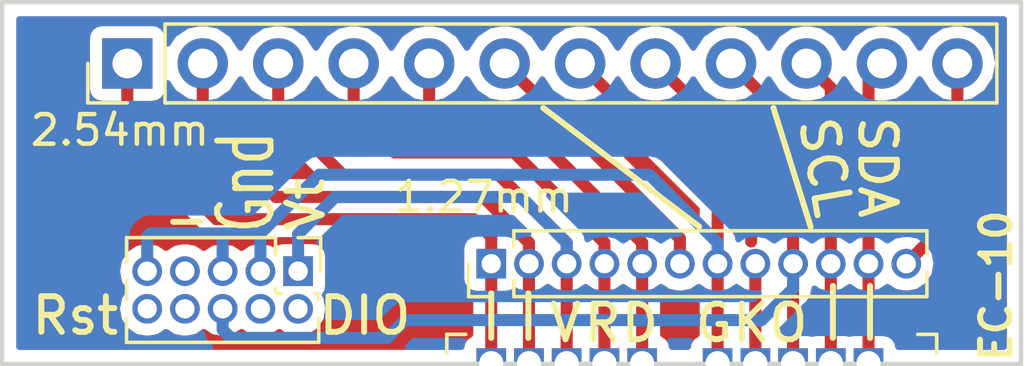
<source format=kicad_pcb>
(kicad_pcb (version 20171130) (host pcbnew "(5.0.1)-4")

  (general
    (thickness 1.6)
    (drawings 24)
    (tracks 97)
    (zones 0)
    (modules 4)
    (nets 1)
  )

  (page A4)
  (layers
    (0 F.Cu signal hide)
    (1 In1.Cu signal hide)
    (2 In2.Cu signal hide)
    (31 B.Cu signal)
    (32 B.Adhes user)
    (33 F.Adhes user)
    (34 B.Paste user)
    (35 F.Paste user)
    (36 B.SilkS user)
    (37 F.SilkS user)
    (38 B.Mask user)
    (39 F.Mask user)
    (40 Dwgs.User user)
    (41 Cmts.User user)
    (44 Edge.Cuts user)
    (45 Margin user)
    (46 B.CrtYd user hide)
    (47 F.CrtYd user hide)
    (48 B.Fab user hide)
    (49 F.Fab user hide)
  )

  (setup
    (last_trace_width 0.4064)
    (trace_clearance 0)
    (zone_clearance 0.4)
    (zone_45_only yes)
    (trace_min 0.2)
    (segment_width 0.2)
    (edge_width 0.15)
    (via_size 0.8)
    (via_drill 0.4)
    (via_min_size 0.4)
    (via_min_drill 0.3)
    (uvia_size 0.3)
    (uvia_drill 0.1)
    (uvias_allowed no)
    (uvia_min_size 0.2)
    (uvia_min_drill 0.1)
    (pcb_text_width 0.3)
    (pcb_text_size 1.5 1.5)
    (mod_edge_width 0.15)
    (mod_text_size 1 1)
    (mod_text_width 0.15)
    (pad_size 1.7 1.7)
    (pad_drill 1)
    (pad_to_mask_clearance 0.051)
    (solder_mask_min_width 0.25)
    (aux_axis_origin 0 0)
    (visible_elements 7FFFFDFF)
    (pcbplotparams
      (layerselection 0x010fc_ffffffff)
      (usegerberextensions false)
      (usegerberattributes false)
      (usegerberadvancedattributes false)
      (creategerberjobfile false)
      (excludeedgelayer true)
      (linewidth 0.150000)
      (plotframeref false)
      (viasonmask false)
      (mode 1)
      (useauxorigin false)
      (hpglpennumber 1)
      (hpglpenspeed 20)
      (hpglpendiameter 15.000000)
      (psnegative false)
      (psa4output false)
      (plotreference true)
      (plotvalue true)
      (plotinvisibletext false)
      (padsonsilk false)
      (subtractmaskfromsilk false)
      (outputformat 1)
      (mirror false)
      (drillshape 0)
      (scaleselection 1)
      (outputdirectory "1.27mm to 2.54mm adapter/"))
  )

  (net 0 "")

  (net_class Default "This is the default net class."
    (clearance 0)
    (trace_width 0.4064)
    (via_dia 0.8)
    (via_drill 0.4)
    (uvia_dia 0.3)
    (uvia_drill 0.1)
  )

  (module Pin_Headers:Pin_Header_Straight_2x05_Pitch1.27mm (layer F.Cu) (tedit 5C9BC653) (tstamp 5C9BD2D4)
    (at 139.5 100.25 270)
    (descr "Through hole straight pin header, 2x05, 1.27mm pitch, double rows")
    (tags "Through hole pin header THT 2x05 1.27mm double row")
    (solder_mask_margin 0.01)
    (fp_text reference 1.27mm (at -0.25 8.25 90) (layer F.SilkS) hide
      (effects (font (size 1 1) (thickness 0.15)))
    )
    (fp_text value Pin_Header_Straight_2x05_Pitch1.27mm (at 0.635 6.775 270) (layer F.Fab)
      (effects (font (size 1 1) (thickness 0.15)))
    )
    (fp_line (start -0.2175 -0.635) (end 2.34 -0.635) (layer F.Fab) (width 0.1))
    (fp_line (start 2.34 -0.635) (end 2.34 5.715) (layer F.Fab) (width 0.1))
    (fp_line (start 2.34 5.715) (end -1.07 5.715) (layer F.Fab) (width 0.1))
    (fp_line (start -1.07 5.715) (end -1.07 0.2175) (layer F.Fab) (width 0.1))
    (fp_line (start -1.07 0.2175) (end -0.2175 -0.635) (layer F.Fab) (width 0.1))
    (fp_line (start -1.13 5.775) (end -0.30753 5.775) (layer F.SilkS) (width 0.12))
    (fp_line (start 1.57753 5.775) (end 2.4 5.775) (layer F.SilkS) (width 0.12))
    (fp_line (start 0.30753 5.775) (end 0.96247 5.775) (layer F.SilkS) (width 0.12))
    (fp_line (start -1.13 0.76) (end -1.13 5.775) (layer F.SilkS) (width 0.12))
    (fp_line (start 2.4 -0.695) (end 2.4 5.775) (layer F.SilkS) (width 0.12))
    (fp_line (start -1.13 0.76) (end -0.563471 0.76) (layer F.SilkS) (width 0.12))
    (fp_line (start 0.563471 0.76) (end 0.706529 0.76) (layer F.SilkS) (width 0.12))
    (fp_line (start 0.76 0.706529) (end 0.76 0.563471) (layer F.SilkS) (width 0.12))
    (fp_line (start 0.76 -0.563471) (end 0.76 -0.695) (layer F.SilkS) (width 0.12))
    (fp_line (start 0.76 -0.695) (end 0.96247 -0.695) (layer F.SilkS) (width 0.12))
    (fp_line (start 1.57753 -0.695) (end 2.4 -0.695) (layer F.SilkS) (width 0.12))
    (fp_line (start -1.13 0) (end -1.13 -0.76) (layer F.SilkS) (width 0.12))
    (fp_line (start -1.13 -0.76) (end 0 -0.76) (layer F.SilkS) (width 0.12))
    (fp_line (start -1.6 -1.15) (end -1.6 6.25) (layer F.CrtYd) (width 0.05))
    (fp_line (start -1.6 6.25) (end 2.85 6.25) (layer F.CrtYd) (width 0.05))
    (fp_line (start 2.85 6.25) (end 2.85 -1.15) (layer F.CrtYd) (width 0.05))
    (fp_line (start 2.85 -1.15) (end -1.6 -1.15) (layer F.CrtYd) (width 0.05))
    (fp_text user %R (at 0.635 2.54) (layer F.Fab)
      (effects (font (size 1 1) (thickness 0.15)))
    )
    (pad 1 thru_hole rect (at 0 0 270) (size 1 1) (drill 0.65) (layers *.Cu *.Mask))
    (pad 2 thru_hole oval (at 1.27 0 270) (size 1 1) (drill 0.65) (layers *.Cu *.Mask))
    (pad 3 thru_hole oval (at 0 1.27 270) (size 1 1) (drill 0.65) (layers *.Cu *.Mask))
    (pad 4 thru_hole oval (at 1.27 1.27 270) (size 1 1) (drill 0.65) (layers *.Cu *.Mask))
    (pad 5 thru_hole oval (at 0 2.54 270) (size 1 1) (drill 0.65) (layers *.Cu *.Mask))
    (pad 6 thru_hole oval (at 1.27 2.54 270) (size 1 1) (drill 0.65) (layers *.Cu *.Mask))
    (pad 7 thru_hole oval (at 0 3.81 270) (size 1 1) (drill 0.65) (layers *.Cu *.Mask))
    (pad 8 thru_hole oval (at 1.27 3.81 270) (size 1 1) (drill 0.65) (layers *.Cu *.Mask))
    (pad 9 thru_hole oval (at 0 5.08 270) (size 1 1) (drill 0.65) (layers *.Cu *.Mask))
    (pad 10 thru_hole oval (at 1.27 5.08 270) (size 1 1) (drill 0.65) (layers *.Cu *.Mask))
    (model ${KISYS3DMOD}/Pin_Headers.3dshapes/Pin_Header_Straight_2x05_Pitch1.27mm.wrl
      (at (xyz 0 0 0))
      (scale (xyz 1 1 1))
      (rotate (xyz 0 0 0))
    )
  )

  (module Tag-Connect_EC-10 (layer F.Cu) (tedit 5C9AEE79) (tstamp 5C9BC640)
    (at 152.35 102.35 180)
    (descr http://www.tag-connect.com/Materials/Edge-Connect/EC-10_RevA.PDF)
    (tags "tag connect programming header edge connector")
    (solder_mask_margin 0.01)
    (attr virtual)
    (fp_text reference PF1 (at 0 2.7 180) (layer F.SilkS) hide
      (effects (font (size 1 1) (thickness 0.15)))
    )
    (fp_text value EC-10 (at -2.9 0.8 180) (layer F.Fab) hide
      (effects (font (size 1 1) (thickness 0.15)))
    )
    (fp_line (start 7.845 -0.03) (end 7.845 -0.665) (layer F.SilkS) (width 0.12))
    (fp_line (start 7.21 -0.03) (end 7.845 -0.03) (layer F.SilkS) (width 0.12))
    (fp_line (start 7.21 -0.03) (end 7.845 -0.03) (layer F.SilkS) (width 0.12))
    (fp_line (start 7.845 -0.03) (end 7.845 -0.665) (layer F.SilkS) (width 0.12))
    (fp_line (start -8.645 -0.03) (end -8.645 -0.665) (layer F.SilkS) (width 0.12))
    (fp_line (start -8.01 -0.03) (end -8.645 -0.03) (layer F.SilkS) (width 0.12))
    (fp_text user %R (at 2 0.8 180) (layer F.Fab)
      (effects (font (size 1 1) (thickness 0.15)))
    )
    (fp_line (start -6 -2) (end 5.5 -2) (layer F.CrtYd) (width 0.05))
    (fp_line (start 5.5 -2) (end 5.5 0.5) (layer F.CrtYd) (width 0.05))
    (fp_line (start 5.5 0.5) (end -6 0.5) (layer F.CrtYd) (width 0.05))
    (fp_line (start -6 0.5) (end -6 -2) (layer F.CrtYd) (width 0.05))
    (fp_line (start -8.01 -0.03) (end -8.645 -0.03) (layer F.SilkS) (width 0.12))
    (fp_line (start -8.645 -0.03) (end -8.645 -0.665) (layer F.SilkS) (width 0.12))
    (pad 1r smd rect (at 6.35 -0.75 180) (size 1 0.5) (layers B.Cu F.Paste F.Mask))
    (pad 2r smd rect (at 5.08 -0.75 180) (size 1 0.5) (layers B.Cu F.Paste F.Mask))
    (pad 3r smd rect (at 3.81 -0.75 180) (size 1 0.5) (layers B.Cu F.Paste F.Mask))
    (pad 4r smd rect (at 2.54 -0.75 180) (size 1 0.5) (layers B.Cu F.Paste F.Mask))
    (pad 5r smd rect (at 1.27 -0.75 180) (size 1 0.5) (layers B.Cu F.Paste F.Mask))
    (pad 6r smd rect (at -1.27 -0.75 180) (size 1 0.5) (layers B.Cu F.Paste F.Mask))
    (pad 7r smd rect (at -2.54 -0.75 180) (size 1 0.5) (layers B.Cu F.Paste F.Mask))
    (pad 8r smd rect (at -3.81 -0.75 180) (size 1 0.5) (layers B.Cu F.Paste F.Mask))
    (pad 9r smd rect (at -5.08 -0.75 180) (size 1 0.5) (layers B.Cu F.Paste F.Mask))
    (pad 10r smd rect (at -6.35 -0.75 180) (size 1 0.5) (layers B.Cu F.Paste F.Mask))
    (pad 10r smd rect (at -6.35 -0.75 180) (size 1 0.5) (layers F.Cu F.Paste F.Mask))
    (pad 10 thru_hole circle (at -6.35 -1 180) (size 1 1) (drill 0.81) (layers *.Cu *.Mask))
    (pad 9 thru_hole circle (at -5.08 -1 180) (size 1 1) (drill 0.81) (layers *.Cu *.Mask))
    (pad 9r smd rect (at -5.08 -0.75 180) (size 1 0.5) (layers F.Cu F.Paste F.Mask))
    (pad 8r smd rect (at -3.81 -0.75 180) (size 1 0.5) (layers F.Cu F.Paste F.Mask))
    (pad 8 thru_hole circle (at -3.81 -1 180) (size 1 1) (drill 0.81) (layers *.Cu *.Mask))
    (pad 7 thru_hole circle (at -2.54 -1 180) (size 1 1) (drill 0.81) (layers *.Cu *.Mask))
    (pad 7r smd rect (at -2.54 -0.75 180) (size 1 0.5) (layers F.Cu F.Paste F.Mask))
    (pad 6r smd rect (at -1.27 -0.75 180) (size 1 0.5) (layers F.Cu F.Paste F.Mask))
    (pad 5r smd rect (at 1.27 -0.75 180) (size 1 0.5) (layers F.Cu F.Paste F.Mask))
    (pad 4r smd rect (at 2.54 -0.75 180) (size 1 0.5) (layers F.Cu F.Paste F.Mask))
    (pad 3r smd rect (at 3.81 -0.75 180) (size 1 0.5) (layers F.Cu F.Paste F.Mask))
    (pad 2r smd rect (at 5.08 -0.75 180) (size 1 0.5) (layers F.Cu F.Paste F.Mask))
    (pad 6 thru_hole circle (at -1.27 -1 180) (size 1 1) (drill 0.81) (layers *.Cu *.Mask))
    (pad 5 thru_hole circle (at 1.27 -1 180) (size 1 1) (drill 0.81) (layers *.Cu *.Mask))
    (pad 4 thru_hole circle (at 2.54 -1 180) (size 1 1) (drill 0.81) (layers *.Cu *.Mask))
    (pad 3 thru_hole circle (at 3.81 -1 180) (size 1 1) (drill 0.81) (layers *.Cu *.Mask))
    (pad 2 thru_hole circle (at 5.08 -1 180) (size 1 1) (drill 0.81) (layers *.Cu *.Mask))
    (pad 1 thru_hole circle (at 6.35 -1 180) (size 1 1) (drill 0.81) (layers *.Cu *.Mask))
    (pad 1r smd rect (at 6.35 -0.75 180) (size 1 0.5) (layers F.Cu F.Paste F.Mask))
  )

  (module Pin_Headers:Pin_Header_Straight_1x12_Pitch2.54mm (layer F.Cu) (tedit 5C9AF30E) (tstamp 5C9C26F8)
    (at 133.75 93.25 90)
    (descr "Through hole straight pin header, 1x12, 2.54mm pitch, single row")
    (tags "Through hole pin header THT 1x12 2.54mm single row")
    (fp_text reference 2.54mm (at -2.25 -0.25) (layer F.SilkS)
      (effects (font (size 1 1) (thickness 0.15)))
    )
    (fp_text value Pin_Header_Straight_1x12_Pitch2.54mm (at 0 30.27 90) (layer F.Fab) hide
      (effects (font (size 1 1) (thickness 0.15)))
    )
    (fp_line (start -0.635 -1.27) (end 1.27 -1.27) (layer F.Fab) (width 0.1))
    (fp_line (start 1.27 -1.27) (end 1.27 29.21) (layer F.Fab) (width 0.1))
    (fp_line (start 1.27 29.21) (end -1.27 29.21) (layer F.Fab) (width 0.1))
    (fp_line (start -1.27 29.21) (end -1.27 -0.635) (layer F.Fab) (width 0.1))
    (fp_line (start -1.27 -0.635) (end -0.635 -1.27) (layer F.Fab) (width 0.1))
    (fp_line (start -1.33 29.27) (end 1.33 29.27) (layer F.SilkS) (width 0.12))
    (fp_line (start -1.33 1.27) (end -1.33 29.27) (layer F.SilkS) (width 0.12))
    (fp_line (start 1.33 1.27) (end 1.33 29.27) (layer F.SilkS) (width 0.12))
    (fp_line (start -1.33 1.27) (end 1.33 1.27) (layer F.SilkS) (width 0.12))
    (fp_line (start -1.33 0) (end -1.33 -1.33) (layer F.SilkS) (width 0.12))
    (fp_line (start -1.33 -1.33) (end 0 -1.33) (layer F.SilkS) (width 0.12))
    (fp_line (start -1.8 -1.8) (end -1.8 29.75) (layer F.CrtYd) (width 0.05))
    (fp_line (start -1.8 29.75) (end 1.8 29.75) (layer F.CrtYd) (width 0.05))
    (fp_line (start 1.8 29.75) (end 1.8 -1.8) (layer F.CrtYd) (width 0.05))
    (fp_line (start 1.8 -1.8) (end -1.8 -1.8) (layer F.CrtYd) (width 0.05))
    (fp_text user %R (at 0 13.97 180) (layer F.Fab)
      (effects (font (size 1 1) (thickness 0.15)))
    )
    (pad 1 thru_hole rect (at 0 0 90) (size 1.7 1.7) (drill 1) (layers *.Cu *.Mask))
    (pad 2 thru_hole oval (at 0 2.54 90) (size 1.7 1.7) (drill 1) (layers *.Cu *.Mask))
    (pad 3 thru_hole oval (at 0 5.08 90) (size 1.7 1.7) (drill 1) (layers *.Cu *.Mask))
    (pad 4 thru_hole oval (at 0 7.62 90) (size 1.7 1.7) (drill 1) (layers *.Cu *.Mask))
    (pad 5 thru_hole oval (at 0 10.16 90) (size 1.7 1.7) (drill 1) (layers *.Cu *.Mask))
    (pad 6 thru_hole oval (at 0 12.7 90) (size 1.7 1.7) (drill 1) (layers *.Cu *.Mask))
    (pad 7 thru_hole oval (at 0 15.24 90) (size 1.7 1.7) (drill 1) (layers *.Cu *.Mask))
    (pad 8 thru_hole oval (at 0 17.78 90) (size 1.7 1.7) (drill 1) (layers *.Cu *.Mask))
    (pad 9 thru_hole oval (at 0 20.32 90) (size 1.7 1.7) (drill 1) (layers *.Cu *.Mask))
    (pad 10 thru_hole oval (at 0 22.86 90) (size 1.7 1.7) (drill 1) (layers *.Cu *.Mask))
    (pad 11 thru_hole oval (at 0 25.4 90) (size 1.7 1.7) (drill 1) (layers *.Cu *.Mask))
    (pad 12 thru_hole oval (at 0 27.94 90) (size 1.7 1.7) (drill 1) (layers *.Cu *.Mask))
    (model ${KISYS3DMOD}/Pin_Headers.3dshapes/Pin_Header_Straight_1x12_Pitch2.54mm.wrl
      (at (xyz 0 0 0))
      (scale (xyz 1 1 1))
      (rotate (xyz 0 0 0))
    )
  )

  (module Pin_Headers:Pin_Header_Straight_1x12_Pitch1.27mm (layer F.Cu) (tedit 5C9AEF33) (tstamp 5C9BC6BD)
    (at 146 100 90)
    (descr "Through hole straight pin header, 1x12, 1.27mm pitch, single row")
    (tags "Through hole pin header THT 1x12 1.27mm single row")
    (solder_mask_margin 0.01)
    (fp_text reference 1.27mm (at 2.25 -0.25 180) (layer F.SilkS)
      (effects (font (size 1 1) (thickness 0.15)))
    )
    (fp_text value Pin_Header_Straight_1x12_Pitch1.27mm (at 0 15.665 90) (layer F.Fab) hide
      (effects (font (size 1 1) (thickness 0.15)))
    )
    (fp_line (start -0.525 -0.635) (end 1.05 -0.635) (layer F.Fab) (width 0.1))
    (fp_line (start 1.05 -0.635) (end 1.05 14.605) (layer F.Fab) (width 0.1))
    (fp_line (start 1.05 14.605) (end -1.05 14.605) (layer F.Fab) (width 0.1))
    (fp_line (start -1.05 14.605) (end -1.05 -0.11) (layer F.Fab) (width 0.1))
    (fp_line (start -1.05 -0.11) (end -0.525 -0.635) (layer F.Fab) (width 0.1))
    (fp_line (start -1.11 14.665) (end -0.30753 14.665) (layer F.SilkS) (width 0.12))
    (fp_line (start 0.30753 14.665) (end 1.11 14.665) (layer F.SilkS) (width 0.12))
    (fp_line (start -1.11 0.76) (end -1.11 14.665) (layer F.SilkS) (width 0.12))
    (fp_line (start 1.11 0.76) (end 1.11 14.665) (layer F.SilkS) (width 0.12))
    (fp_line (start -1.11 0.76) (end -0.563471 0.76) (layer F.SilkS) (width 0.12))
    (fp_line (start 0.563471 0.76) (end 1.11 0.76) (layer F.SilkS) (width 0.12))
    (fp_line (start -1.11 0) (end -1.11 -0.76) (layer F.SilkS) (width 0.12))
    (fp_line (start -1.11 -0.76) (end 0 -0.76) (layer F.SilkS) (width 0.12))
    (fp_line (start -1.55 -1.15) (end -1.55 15.15) (layer F.CrtYd) (width 0.05))
    (fp_line (start -1.55 15.15) (end 1.55 15.15) (layer F.CrtYd) (width 0.05))
    (fp_line (start 1.55 15.15) (end 1.55 -1.15) (layer F.CrtYd) (width 0.05))
    (fp_line (start 1.55 -1.15) (end -1.55 -1.15) (layer F.CrtYd) (width 0.05))
    (fp_text user %R (at 0 6.985 180) (layer F.Fab)
      (effects (font (size 1 1) (thickness 0.15)))
    )
    (pad 1 thru_hole rect (at 0 0 90) (size 1 1) (drill 0.65) (layers *.Cu *.Mask))
    (pad 2 thru_hole oval (at 0 1.27 90) (size 1 1) (drill 0.65) (layers *.Cu *.Mask))
    (pad 3 thru_hole oval (at 0 2.54 90) (size 1 1) (drill 0.65) (layers *.Cu *.Mask))
    (pad 4 thru_hole oval (at 0 3.81 90) (size 1 1) (drill 0.65) (layers *.Cu *.Mask))
    (pad 5 thru_hole oval (at 0 5.08 90) (size 1 1) (drill 0.65) (layers *.Cu *.Mask))
    (pad 6 thru_hole oval (at 0 6.35 90) (size 1 1) (drill 0.65) (layers *.Cu *.Mask))
    (pad 7 thru_hole oval (at 0 7.62 90) (size 1 1) (drill 0.65) (layers *.Cu *.Mask))
    (pad 8 thru_hole oval (at 0 8.89 90) (size 1 1) (drill 0.65) (layers *.Cu *.Mask))
    (pad 9 thru_hole oval (at 0 10.16 90) (size 1 1) (drill 0.65) (layers *.Cu *.Mask))
    (pad 10 thru_hole oval (at 0 11.43 90) (size 1 1) (drill 0.65) (layers *.Cu *.Mask))
    (pad 11 thru_hole oval (at 0 12.7 90) (size 1 1) (drill 0.65) (layers *.Cu *.Mask))
    (pad 12 thru_hole oval (at 0 13.97 90) (size 1 1) (drill 0.65) (layers *.Cu *.Mask))
    (model ${KISYS3DMOD}/Pin_Headers.3dshapes/Pin_Header_Straight_1x12_Pitch1.27mm.wrl
      (at (xyz 0 0 0))
      (scale (xyz 1 1 1))
      (rotate (xyz 0 0 0))
    )
  )

  (gr_line (start 156.75 98.75) (end 155.5 94.75) (layer F.SilkS) (width 0.2))
  (gr_line (start 153 98.75) (end 147.75 94.75) (layer F.SilkS) (width 0.2))
  (gr_text Gnd (at 137.75 97.25 90) (layer F.SilkS) (tstamp 5C9C2EB8)
    (effects (font (size 1.8 1.2) (thickness 0.2)))
  )
  (gr_line (start 146 102.5) (end 146 101) (layer F.SilkS) (width 0.2))
  (gr_line (start 147.25 101) (end 147.25 102.5) (layer F.SilkS) (width 0.2))
  (gr_line (start 158.75 102.5) (end 158.75 100.75) (layer F.SilkS) (width 0.2))
  (gr_line (start 157.5 102.5) (end 157.5 100.75) (layer F.SilkS) (width 0.2))
  (gr_text SDA (at 159 96.75 270) (layer F.SilkS) (tstamp 5C9C2E04)
    (effects (font (size 1.2 1.2) (thickness 0.2)))
  )
  (gr_text SCL (at 157.25 96.75 280) (layer F.SilkS) (tstamp 5C9C3046)
    (effects (font (size 1.2 1.2) (thickness 0.2)))
  )
  (gr_text Rst (at 132 101.75) (layer F.SilkS) (tstamp 5C9C2D55)
    (effects (font (size 1.2 1.2) (thickness 0.2)))
  )
  (gr_text - (at 135.75 98.5) (layer F.SilkS) (tstamp 5C9C2D24)
    (effects (font (size 1.2 1.2) (thickness 0.2)))
  )
  (gr_text DIO (at 141.75 101.75) (layer F.SilkS) (tstamp 5C9C2C92)
    (effects (font (size 1.2 1.2) (thickness 0.2)))
  )
  (gr_text Vt (at 139.75 98 90) (layer F.SilkS) (tstamp 5C9C2C20)
    (effects (font (size 1.2 1.2) (thickness 0.2)))
  )
  (gr_text V (at 148.5 102) (layer F.SilkS) (tstamp 5C9C2A92)
    (effects (font (size 1.2 1.2) (thickness 0.2)))
  )
  (gr_text R (at 149.75 102) (layer F.SilkS) (tstamp 5C9C2A32)
    (effects (font (size 1.2 1.2) (thickness 0.2)))
  )
  (gr_text D (at 151 102) (layer F.SilkS) (tstamp 5C9C2A2A)
    (effects (font (size 1.2 1.2) (thickness 0.2)))
  )
  (gr_text O (at 156 102) (layer F.SilkS) (tstamp 5C9C2991)
    (effects (font (size 1.2 1.2) (thickness 0.2)))
  )
  (gr_text K (at 154.75 102) (layer F.SilkS) (tstamp 5C9C298F)
    (effects (font (size 1.2 1.2) (thickness 0.2)))
  )
  (gr_text G (at 153.5 102) (layer F.SilkS)
    (effects (font (size 1.2 1.2) (thickness 0.2)))
  )
  (gr_line (start 129.54 103.378) (end 129.54 91.186) (angle 90) (layer Edge.Cuts) (width 0.15))
  (gr_line (start 163.83 103.378) (end 129.54 103.378) (angle 90) (layer Edge.Cuts) (width 0.15) (tstamp 5C9BC706))
  (gr_line (start 163.83 91.186) (end 163.83 103.378) (angle 90) (layer Edge.Cuts) (width 0.15))
  (gr_line (start 129.54 91.186) (end 163.83 91.186) (angle 90) (layer Edge.Cuts) (width 0.15) (tstamp 5C9C1ACC))
  (gr_text EC-10 (at 163 100.75 90) (layer F.SilkS) (tstamp 5C9BC700)
    (effects (font (size 1 1) (thickness 0.2)))
  )

  (segment (start 146 103.35) (end 146 100) (width 0.4064) (layer F.Cu) (net 0) (tstamp 5C9BC733) (status C00000))
  (segment (start 147.27 103.1) (end 147.27 100) (width 0.4064) (layer F.Cu) (net 0) (tstamp 5C9BC730) (status C00000))
  (segment (start 148.54 103.1) (end 148.54 103.35) (width 0.4064) (layer F.Cu) (net 0) (tstamp 5C9BC751) (status C00000))
  (segment (start 148.54 103.35) (end 148.54 100) (width 0.4064) (layer F.Cu) (net 0) (tstamp 5C9BC73F) (status C00000))
  (segment (start 149.81 103.1) (end 149.81 103.35) (width 0.4064) (layer F.Cu) (net 0) (tstamp 5C9BC72A) (status C00000))
  (segment (start 149.81 103.35) (end 149.81 100) (width 0.4064) (layer F.Cu) (net 0) (tstamp 5C9BC72D) (status C00000))
  (segment (start 151.08 103.1) (end 151.08 103.35) (width 0.4064) (layer F.Cu) (net 0) (tstamp 5C9BC748) (status C00000))
  (segment (start 151.08 103.35) (end 151.08 100) (width 0.4064) (layer F.Cu) (net 0) (tstamp 5C9BC74E) (status C00000))
  (segment (start 153.62 103.1) (end 153.62 103.35) (width 0.4064) (layer F.Cu) (net 0) (tstamp 5C9BC73C) (status C00000))
  (segment (start 153.62 103.35) (end 153.62 100) (width 0.4064) (layer F.Cu) (net 0) (tstamp 5C9BC74B) (status C00000))
  (segment (start 154.89 103.35) (end 154.89 100) (width 0.4064) (layer F.Cu) (net 0) (tstamp 5C9BC745) (status C00000))
  (segment (start 156.16 103.1) (end 156.16 103.35) (width 0.4064) (layer F.Cu) (net 0) (tstamp 5C9BC721) (status C00000))
  (segment (start 156.16 103.35) (end 156.16 100) (width 0.4064) (layer F.Cu) (net 0) (tstamp 5C9BC71B) (status C00000))
  (segment (start 157.43 103.35) (end 157.43 100) (width 0.4064) (layer F.Cu) (net 0) (tstamp 5C9BC727) (status C00000))
  (segment (start 158.7 103.1) (end 158.7 103.35) (width 0.4064) (layer F.Cu) (net 0) (tstamp 5C9BC724) (status C00000))
  (segment (start 158.7 103.35) (end 158.7 100) (width 0.4064) (layer F.Cu) (net 0) (tstamp 5C9BC71E) (status C00000))
  (segment (start 146 100) (end 146 99.0936) (width 0.4064) (layer F.Cu) (net 0))
  (segment (start 146 99.0936) (end 145.4064 98.5) (width 0.4064) (layer F.Cu) (net 0))
  (segment (start 147.27 100) (end 147.27 99.292894) (width 0.4064) (layer F.Cu) (net 0))
  (segment (start 147.27 99.292894) (end 145.727106 97.75) (width 0.4064) (layer F.Cu) (net 0))
  (segment (start 148.54 100) (end 148.54 99.292894) (width 0.4064) (layer F.Cu) (net 0))
  (segment (start 148.54 99.292894) (end 146.247106 97) (width 0.4064) (layer F.Cu) (net 0))
  (segment (start 149.81 100) (end 149.81 99.292894) (width 0.4064) (layer F.Cu) (net 0))
  (segment (start 149.81 99.292894) (end 146.767106 96.25) (width 0.4064) (layer F.Cu) (net 0))
  (segment (start 151.08 99.292894) (end 147.287106 95.5) (width 0.4064) (layer F.Cu) (net 0))
  (segment (start 151.08 100) (end 151.08 99.292894) (width 0.4064) (layer F.Cu) (net 0))
  (segment (start 147.287106 95.5) (end 144.675 95.5) (width 0.4064) (layer F.Cu) (net 0))
  (segment (start 143.91 94.735) (end 143.91 93.25) (width 0.4064) (layer F.Cu) (net 0))
  (segment (start 144.675 95.5) (end 143.91 94.735) (width 0.4064) (layer F.Cu) (net 0))
  (segment (start 146.767106 96.25) (end 142.75 96.25) (width 0.4064) (layer F.Cu) (net 0))
  (segment (start 141.37 94.87) (end 141.37 93.25) (width 0.4064) (layer F.Cu) (net 0))
  (segment (start 142.75 96.25) (end 141.37 94.87) (width 0.4064) (layer F.Cu) (net 0))
  (segment (start 146.247106 97) (end 141 97) (width 0.4064) (layer F.Cu) (net 0))
  (segment (start 138.83 94.83) (end 138.83 93.25) (width 0.4064) (layer F.Cu) (net 0))
  (segment (start 141 97) (end 138.83 94.83) (width 0.4064) (layer F.Cu) (net 0))
  (segment (start 145.727106 97.75) (end 138.75 97.75) (width 0.4064) (layer F.Cu) (net 0))
  (segment (start 136.29 95.29) (end 136.29 93.25) (width 0.4064) (layer F.Cu) (net 0))
  (segment (start 138.75 97.75) (end 136.29 95.29) (width 0.4064) (layer F.Cu) (net 0))
  (segment (start 133.75 95.5) (end 133.75 93.25) (width 0.4064) (layer F.Cu) (net 0))
  (segment (start 136.75 98.5) (end 133.75 95.5) (width 0.4064) (layer F.Cu) (net 0))
  (segment (start 152.35 99.15) (end 146.45 93.25) (width 0.4064) (layer F.Cu) (net 0))
  (segment (start 152.35 100) (end 152.35 99.15) (width 0.4064) (layer F.Cu) (net 0))
  (segment (start 153.62 97.88) (end 148.99 93.25) (width 0.4064) (layer F.Cu) (net 0))
  (segment (start 153.62 100) (end 153.62 97.88) (width 0.4064) (layer F.Cu) (net 0))
  (segment (start 154.75 96.47) (end 151.53 93.25) (width 0.4064) (layer F.Cu) (net 0))
  (segment (start 154.75 99.25) (end 154.75 96.47) (width 0.4064) (layer F.Cu) (net 0))
  (segment (start 156.16 95.34) (end 154.07 93.25) (width 0.4064) (layer F.Cu) (net 0))
  (segment (start 156.16 100) (end 156.16 95.34) (width 0.4064) (layer F.Cu) (net 0))
  (segment (start 157.43 94.07) (end 156.61 93.25) (width 0.4064) (layer F.Cu) (net 0))
  (segment (start 157.43 100) (end 157.43 94.07) (width 0.4064) (layer F.Cu) (net 0))
  (segment (start 158.7 93.7) (end 159.15 93.25) (width 0.4064) (layer F.Cu) (net 0))
  (segment (start 158.7 100) (end 158.7 93.7) (width 0.4064) (layer F.Cu) (net 0))
  (segment (start 161.69 98.28) (end 161.69 93.25) (width 0.4064) (layer F.Cu) (net 0))
  (segment (start 159.97 100) (end 161.69 98.28) (width 0.4064) (layer F.Cu) (net 0))
  (segment (start 138.23 99.542894) (end 138.23 100.25) (width 0.4064) (layer B.Cu) (net 0))
  (segment (start 138.23 98.98) (end 138.23 99.542894) (width 0.4064) (layer B.Cu) (net 0))
  (segment (start 138.23 98.98) (end 137.02 98.98) (width 0.4064) (layer B.Cu) (net 0))
  (segment (start 136.96 99.04) (end 136.96 100.25) (width 0.4064) (layer B.Cu) (net 0))
  (segment (start 137.02 98.98) (end 136.96 99.04) (width 0.4064) (layer B.Cu) (net 0))
  (segment (start 139.5 98.5) (end 136.75 98.5) (width 0.4064) (layer F.Cu) (net 0))
  (segment (start 145.4064 98.5) (end 139.5 98.5) (width 0.4064) (layer F.Cu) (net 0))
  (segment (start 148.54 99.292894) (end 146.997106 97.75) (width 0.4064) (layer B.Cu) (net 0))
  (segment (start 148.54 100) (end 148.54 99.292894) (width 0.4064) (layer B.Cu) (net 0))
  (segment (start 146.997106 97.75) (end 140.75 97.75) (width 0.4064) (layer B.Cu) (net 0))
  (segment (start 139.5 99) (end 139.5 100.25) (width 0.4064) (layer B.Cu) (net 0))
  (segment (start 140.75 97.75) (end 139.5 99) (width 0.4064) (layer B.Cu) (net 0))
  (segment (start 149.25 98.5) (end 133 98.5) (width 0.4064) (layer In1.Cu) (net 0))
  (segment (start 149.81 100) (end 149.81 99.06) (width 0.4064) (layer In1.Cu) (net 0))
  (segment (start 149.81 99.06) (end 149.25 98.5) (width 0.4064) (layer In1.Cu) (net 0))
  (segment (start 134.42 101.52) (end 133.52 101.52) (width 0.4064) (layer In1.Cu) (net 0))
  (segment (start 133 101) (end 133 98.5) (width 0.4064) (layer In1.Cu) (net 0))
  (segment (start 133.52 101.52) (end 133 101) (width 0.4064) (layer In1.Cu) (net 0))
  (segment (start 140.207106 101.52) (end 139.5 101.52) (width 0.4064) (layer In1.Cu) (net 0))
  (segment (start 150.267106 101.52) (end 140.207106 101.52) (width 0.4064) (layer In1.Cu) (net 0))
  (segment (start 151.08 100.707106) (end 150.267106 101.52) (width 0.4064) (layer In1.Cu) (net 0))
  (segment (start 151.08 100) (end 151.08 100.707106) (width 0.4064) (layer In1.Cu) (net 0))
  (segment (start 154.89 100.86) (end 154.89 100) (width 0.4064) (layer In1.Cu) (net 0))
  (segment (start 138.23 102.23) (end 138.75 102.75) (width 0.4064) (layer In1.Cu) (net 0))
  (segment (start 138.23 101.52) (end 138.23 102.23) (width 0.4064) (layer In1.Cu) (net 0))
  (segment (start 138.75 102.75) (end 142.25 102.75) (width 0.4064) (layer In1.Cu) (net 0))
  (segment (start 142.75 102.25) (end 153.5 102.25) (width 0.4064) (layer In1.Cu) (net 0))
  (segment (start 142.25 102.75) (end 142.75 102.25) (width 0.4064) (layer In1.Cu) (net 0))
  (segment (start 153.5 102.25) (end 154.89 100.86) (width 0.4064) (layer In1.Cu) (net 0))
  (segment (start 140.21 97) (end 138.23 98.98) (width 0.4064) (layer B.Cu) (net 0))
  (segment (start 151.327106 97) (end 140.21 97) (width 0.4064) (layer B.Cu) (net 0))
  (segment (start 153.62 99.292894) (end 151.327106 97) (width 0.4064) (layer B.Cu) (net 0))
  (segment (start 153.62 100) (end 153.62 99.292894) (width 0.4064) (layer B.Cu) (net 0))
  (segment (start 137.02 98.98) (end 134.52 98.98) (width 0.4064) (layer B.Cu) (net 0))
  (segment (start 134.42 99.08) (end 134.42 100.25) (width 0.4064) (layer B.Cu) (net 0))
  (segment (start 134.52 98.98) (end 134.42 99.08) (width 0.4064) (layer B.Cu) (net 0))
  (segment (start 156.16 100.84) (end 156.16 100) (width 0.4064) (layer B.Cu) (net 0))
  (segment (start 136.96 102.227106) (end 137.232894 102.5) (width 0.4064) (layer B.Cu) (net 0))
  (segment (start 137.232894 102.5) (end 142.5 102.5) (width 0.4064) (layer B.Cu) (net 0))
  (segment (start 142.5 102.5) (end 143.1 101.9) (width 0.4064) (layer B.Cu) (net 0))
  (segment (start 136.96 101.52) (end 136.96 102.227106) (width 0.4064) (layer B.Cu) (net 0))
  (segment (start 143.1 101.9) (end 155.1 101.9) (width 0.4064) (layer B.Cu) (net 0))
  (segment (start 155.1 101.9) (end 156.16 100.84) (width 0.4064) (layer B.Cu) (net 0))

  (zone (net 0) (net_name "") (layer F.Cu) (tstamp 5C9C1AF3) (hatch edge 0.508)
    (connect_pads (clearance 0.4))
    (min_thickness 0.2)
    (fill yes (arc_segments 16) (thermal_gap 0.254) (thermal_bridge_width 0.508))
    (polygon
      (pts
        (xy 163.83 103.378) (xy 129.5 103.346) (xy 129.5 91.154) (xy 163.83 91.186)
      )
    )
    (filled_polygon
      (pts
        (xy 163.255001 102.803) (xy 159.700446 102.803) (xy 159.670989 102.65491) (xy 159.56048 102.48952) (xy 159.4032 102.38443)
        (xy 159.4032 100.823966) (xy 159.579819 100.941979) (xy 159.87151 101) (xy 160.06849 101) (xy 160.360181 100.941979)
        (xy 160.69096 100.72096) (xy 160.911979 100.390181) (xy 160.989591 100) (xy 160.985424 99.97905) (xy 162.138266 98.826209)
        (xy 162.196978 98.786979) (xy 162.352399 98.554375) (xy 162.3932 98.349256) (xy 162.3932 98.349255) (xy 162.406976 98.280001)
        (xy 162.3932 98.210745) (xy 162.3932 94.403768) (xy 162.663296 94.223296) (xy 162.961672 93.776744) (xy 163.066448 93.25)
        (xy 162.961672 92.723256) (xy 162.663296 92.276704) (xy 162.216744 91.978328) (xy 161.822963 91.9) (xy 161.557037 91.9)
        (xy 161.163256 91.978328) (xy 160.716704 92.276704) (xy 160.42 92.720754) (xy 160.123296 92.276704) (xy 159.676744 91.978328)
        (xy 159.282963 91.9) (xy 159.017037 91.9) (xy 158.623256 91.978328) (xy 158.176704 92.276704) (xy 157.88 92.720754)
        (xy 157.583296 92.276704) (xy 157.136744 91.978328) (xy 156.742963 91.9) (xy 156.477037 91.9) (xy 156.083256 91.978328)
        (xy 155.636704 92.276704) (xy 155.34 92.720754) (xy 155.043296 92.276704) (xy 154.596744 91.978328) (xy 154.202963 91.9)
        (xy 153.937037 91.9) (xy 153.543256 91.978328) (xy 153.096704 92.276704) (xy 152.8 92.720754) (xy 152.503296 92.276704)
        (xy 152.056744 91.978328) (xy 151.662963 91.9) (xy 151.397037 91.9) (xy 151.003256 91.978328) (xy 150.556704 92.276704)
        (xy 150.26 92.720754) (xy 149.963296 92.276704) (xy 149.516744 91.978328) (xy 149.122963 91.9) (xy 148.857037 91.9)
        (xy 148.463256 91.978328) (xy 148.016704 92.276704) (xy 147.72 92.720754) (xy 147.423296 92.276704) (xy 146.976744 91.978328)
        (xy 146.582963 91.9) (xy 146.317037 91.9) (xy 145.923256 91.978328) (xy 145.476704 92.276704) (xy 145.18 92.720754)
        (xy 144.883296 92.276704) (xy 144.436744 91.978328) (xy 144.042963 91.9) (xy 143.777037 91.9) (xy 143.383256 91.978328)
        (xy 142.936704 92.276704) (xy 142.64 92.720754) (xy 142.343296 92.276704) (xy 141.896744 91.978328) (xy 141.502963 91.9)
        (xy 141.237037 91.9) (xy 140.843256 91.978328) (xy 140.396704 92.276704) (xy 140.1 92.720754) (xy 139.803296 92.276704)
        (xy 139.356744 91.978328) (xy 138.962963 91.9) (xy 138.697037 91.9) (xy 138.303256 91.978328) (xy 137.856704 92.276704)
        (xy 137.56 92.720754) (xy 137.263296 92.276704) (xy 136.816744 91.978328) (xy 136.422963 91.9) (xy 136.157037 91.9)
        (xy 135.763256 91.978328) (xy 135.316704 92.276704) (xy 135.109795 92.586366) (xy 135.109795 92.4) (xy 135.070989 92.20491)
        (xy 134.96048 92.03952) (xy 134.79509 91.929011) (xy 134.6 91.890205) (xy 132.9 91.890205) (xy 132.70491 91.929011)
        (xy 132.53952 92.03952) (xy 132.429011 92.20491) (xy 132.390205 92.4) (xy 132.390205 94.1) (xy 132.429011 94.29509)
        (xy 132.53952 94.46048) (xy 132.70491 94.570989) (xy 132.9 94.609795) (xy 133.0468 94.609795) (xy 133.0468 95.430744)
        (xy 133.033024 95.5) (xy 133.0468 95.569255) (xy 133.087601 95.774374) (xy 133.243021 96.006978) (xy 133.301736 96.04621)
        (xy 136.203789 98.948264) (xy 136.243021 99.006979) (xy 136.353419 99.080744) (xy 136.475625 99.162399) (xy 136.75 99.216976)
        (xy 136.819256 99.2032) (xy 145.096971 99.2032) (xy 145.029011 99.30491) (xy 144.990205 99.5) (xy 144.990205 100.5)
        (xy 145.029011 100.69509) (xy 145.13952 100.86048) (xy 145.296801 100.965571) (xy 145.2968 102.38443) (xy 145.13952 102.48952)
        (xy 145.029011 102.65491) (xy 144.999554 102.803) (xy 130.115 102.803) (xy 130.115 100.25) (xy 133.400409 100.25)
        (xy 133.478021 100.640181) (xy 133.641603 100.885) (xy 133.478021 101.129819) (xy 133.400409 101.52) (xy 133.478021 101.910181)
        (xy 133.69904 102.24096) (xy 134.029819 102.461979) (xy 134.32151 102.52) (xy 134.51849 102.52) (xy 134.810181 102.461979)
        (xy 135.055 102.298397) (xy 135.299819 102.461979) (xy 135.59151 102.52) (xy 135.78849 102.52) (xy 136.080181 102.461979)
        (xy 136.325 102.298397) (xy 136.569819 102.461979) (xy 136.86151 102.52) (xy 137.05849 102.52) (xy 137.350181 102.461979)
        (xy 137.595 102.298397) (xy 137.839819 102.461979) (xy 138.13151 102.52) (xy 138.32849 102.52) (xy 138.620181 102.461979)
        (xy 138.865 102.298397) (xy 139.109819 102.461979) (xy 139.40151 102.52) (xy 139.59849 102.52) (xy 139.890181 102.461979)
        (xy 140.22096 102.24096) (xy 140.441979 101.910181) (xy 140.519591 101.52) (xy 140.441979 101.129819) (xy 140.394768 101.059163)
        (xy 140.470989 100.94509) (xy 140.509795 100.75) (xy 140.509795 99.75) (xy 140.470989 99.55491) (xy 140.36048 99.38952)
        (xy 140.19509 99.279011) (xy 140 99.240205) (xy 139 99.240205) (xy 138.80491 99.279011) (xy 138.690837 99.355232)
        (xy 138.620181 99.308021) (xy 138.32849 99.25) (xy 138.13151 99.25) (xy 137.839819 99.308021) (xy 137.595 99.471603)
        (xy 137.350181 99.308021) (xy 137.05849 99.25) (xy 136.86151 99.25) (xy 136.569819 99.308021) (xy 136.325 99.471603)
        (xy 136.080181 99.308021) (xy 135.78849 99.25) (xy 135.59151 99.25) (xy 135.299819 99.308021) (xy 135.055 99.471603)
        (xy 134.810181 99.308021) (xy 134.51849 99.25) (xy 134.32151 99.25) (xy 134.029819 99.308021) (xy 133.69904 99.52904)
        (xy 133.478021 99.859819) (xy 133.400409 100.25) (xy 130.115 100.25) (xy 130.115 91.761) (xy 163.255 91.761)
      )
    )
    (filled_polygon
      (pts
        (xy 152.9168 102.38443) (xy 152.75952 102.48952) (xy 152.649011 102.65491) (xy 152.619554 102.803) (xy 152.080446 102.803)
        (xy 152.050989 102.65491) (xy 151.94048 102.48952) (xy 151.7832 102.38443) (xy 151.7832 100.823966) (xy 151.959819 100.941979)
        (xy 152.25151 101) (xy 152.44849 101) (xy 152.740181 100.941979) (xy 152.916801 100.823966)
      )
    )
    (filled_polygon
      (pts
        (xy 160.716704 94.223296) (xy 160.986801 94.403769) (xy 160.9868 97.988725) (xy 159.975526 99) (xy 159.87151 99)
        (xy 159.579819 99.058021) (xy 159.4032 99.176034) (xy 159.4032 94.576083) (xy 159.676744 94.521672) (xy 160.123296 94.223296)
        (xy 160.42 93.779246)
      )
    )
    (filled_polygon
      (pts
        (xy 155.4568 99.176034) (xy 155.4532 99.173628) (xy 155.4532 96.539256) (xy 155.456801 96.521154)
      )
    )
    (filled_polygon
      (pts
        (xy 152.916801 98.171276) (xy 152.916801 98.732551) (xy 152.856979 98.643021) (xy 152.798264 98.603789) (xy 148.77894 94.584465)
        (xy 148.857037 94.6) (xy 149.122963 94.6) (xy 149.3086 94.563074)
      )
    )
    (filled_polygon
      (pts
        (xy 135.316704 94.223296) (xy 135.5868 94.403768) (xy 135.5868 95.220744) (xy 135.573024 95.29) (xy 135.594387 95.397399)
        (xy 135.627601 95.564374) (xy 135.783021 95.796978) (xy 135.841736 95.83621) (xy 137.802325 97.7968) (xy 137.041275 97.7968)
        (xy 134.4532 95.208726) (xy 134.4532 94.609795) (xy 134.6 94.609795) (xy 134.79509 94.570989) (xy 134.96048 94.46048)
        (xy 135.070989 94.29509) (xy 135.109795 94.1) (xy 135.109795 93.913634)
      )
    )
    (filled_polygon
      (pts
        (xy 154.046801 96.761276) (xy 154.046801 97.312326) (xy 151.31894 94.584466) (xy 151.397037 94.6) (xy 151.662963 94.6)
        (xy 151.8486 94.563074)
      )
    )
    (filled_polygon
      (pts
        (xy 137.856704 94.223296) (xy 138.1268 94.403768) (xy 138.1268 94.760744) (xy 138.113024 94.83) (xy 138.148704 95.009374)
        (xy 138.167601 95.104374) (xy 138.323021 95.336978) (xy 138.381736 95.37621) (xy 140.052325 97.0468) (xy 139.041275 97.0468)
        (xy 136.9932 94.998726) (xy 136.9932 94.403768) (xy 137.263296 94.223296) (xy 137.56 93.779246)
      )
    )
    (filled_polygon
      (pts
        (xy 155.456801 95.631276) (xy 155.456801 96.418846) (xy 155.412399 96.195625) (xy 155.390198 96.162399) (xy 155.256979 95.963021)
        (xy 155.198264 95.923789) (xy 153.85894 94.584466) (xy 153.937037 94.6) (xy 154.202963 94.6) (xy 154.3886 94.563074)
      )
    )
    (filled_polygon
      (pts
        (xy 140.396704 94.223296) (xy 140.6668 94.403768) (xy 140.6668 94.800744) (xy 140.653024 94.87) (xy 140.677495 94.993021)
        (xy 140.707601 95.144374) (xy 140.863021 95.376978) (xy 140.921736 95.41621) (xy 141.802325 96.2968) (xy 141.291275 96.2968)
        (xy 139.5332 94.538726) (xy 139.5332 94.403768) (xy 139.803296 94.223296) (xy 140.1 93.779246)
      )
    )
    (filled_polygon
      (pts
        (xy 142.936704 94.223296) (xy 143.2068 94.403768) (xy 143.2068 94.665744) (xy 143.193024 94.735) (xy 143.225697 94.899255)
        (xy 143.247601 95.009374) (xy 143.403021 95.241978) (xy 143.461736 95.28121) (xy 143.727326 95.5468) (xy 143.041275 95.5468)
        (xy 142.0732 94.578726) (xy 142.0732 94.403768) (xy 142.343296 94.223296) (xy 142.64 93.779246)
      )
    )
    (filled_polygon
      (pts
        (xy 156.477037 94.6) (xy 156.726801 94.6) (xy 156.726801 94.922551) (xy 156.666979 94.833021) (xy 156.608264 94.793789)
        (xy 156.39894 94.584466)
      )
    )
    (filled_polygon
      (pts
        (xy 145.476704 94.223296) (xy 145.923256 94.521672) (xy 146.317037 94.6) (xy 146.582963 94.6) (xy 146.7686 94.563074)
        (xy 147.002326 94.7968) (xy 144.966275 94.7968) (xy 144.6132 94.443726) (xy 144.6132 94.403768) (xy 144.883296 94.223296)
        (xy 145.18 93.779246)
      )
    )
  )
  (zone (net 0) (net_name "") (layer B.Cu) (tstamp 5C9B12EA) (hatch edge 0.508)
    (connect_pads (clearance 0.4))
    (min_thickness 0.2)
    (fill yes (arc_segments 16) (thermal_gap 0.254) (thermal_bridge_width 0.508))
    (polygon
      (pts
        (xy 163.83 103.378) (xy 129.5 103.346) (xy 129.5 91.154) (xy 163.83 91.186)
      )
    )
    (filled_polygon
      (pts
        (xy 145.029011 102.65491) (xy 144.999554 102.803) (xy 143.191474 102.803) (xy 143.391275 102.6032) (xy 145.063562 102.6032)
      )
    )
    (filled_polygon
      (pts
        (xy 163.255001 102.803) (xy 159.700446 102.803) (xy 159.670989 102.65491) (xy 159.56048 102.48952) (xy 159.39509 102.379011)
        (xy 159.2 102.340205) (xy 158.2 102.340205) (xy 158.065 102.367058) (xy 157.93 102.340205) (xy 156.93 102.340205)
        (xy 156.795 102.367058) (xy 156.66 102.340205) (xy 155.66 102.340205) (xy 155.652846 102.341628) (xy 156.608266 101.386209)
        (xy 156.666978 101.346979) (xy 156.822399 101.114375) (xy 156.8632 100.909256) (xy 156.8632 100.909255) (xy 156.876976 100.840001)
        (xy 156.875409 100.832124) (xy 157.039819 100.941979) (xy 157.33151 101) (xy 157.52849 101) (xy 157.820181 100.941979)
        (xy 158.065 100.778397) (xy 158.309819 100.941979) (xy 158.60151 101) (xy 158.79849 101) (xy 159.090181 100.941979)
        (xy 159.335 100.778397) (xy 159.579819 100.941979) (xy 159.87151 101) (xy 160.06849 101) (xy 160.360181 100.941979)
        (xy 160.69096 100.72096) (xy 160.911979 100.390181) (xy 160.989591 100) (xy 160.911979 99.609819) (xy 160.69096 99.27904)
        (xy 160.360181 99.058021) (xy 160.06849 99) (xy 159.87151 99) (xy 159.579819 99.058021) (xy 159.335 99.221603)
        (xy 159.090181 99.058021) (xy 158.79849 99) (xy 158.60151 99) (xy 158.309819 99.058021) (xy 158.065 99.221603)
        (xy 157.820181 99.058021) (xy 157.52849 99) (xy 157.33151 99) (xy 157.039819 99.058021) (xy 156.795 99.221603)
        (xy 156.550181 99.058021) (xy 156.25849 99) (xy 156.06151 99) (xy 155.769819 99.058021) (xy 155.525 99.221603)
        (xy 155.280181 99.058021) (xy 154.98849 99) (xy 154.79151 99) (xy 154.499819 99.058021) (xy 154.314842 99.181619)
        (xy 154.282399 99.018519) (xy 154.256662 98.980001) (xy 154.126979 98.785915) (xy 154.068264 98.746683) (xy 151.873318 96.551738)
        (xy 151.834085 96.493021) (xy 151.601481 96.337601) (xy 151.396362 96.2968) (xy 151.327106 96.283024) (xy 151.25785 96.2968)
        (xy 140.279256 96.2968) (xy 140.21 96.283024) (xy 140.140744 96.2968) (xy 139.935625 96.337601) (xy 139.703021 96.493021)
        (xy 139.663787 96.551739) (xy 137.938726 98.2768) (xy 137.089256 98.2768) (xy 137.02 98.263024) (xy 136.950744 98.2768)
        (xy 134.589254 98.2768) (xy 134.519999 98.263024) (xy 134.450745 98.2768) (xy 134.450744 98.2768) (xy 134.245625 98.317601)
        (xy 134.013021 98.473021) (xy 133.973787 98.531739) (xy 133.971736 98.53379) (xy 133.913021 98.573022) (xy 133.811056 98.725625)
        (xy 133.757601 98.805626) (xy 133.703024 99.08) (xy 133.7168 99.149256) (xy 133.7168 99.517173) (xy 133.69904 99.52904)
        (xy 133.478021 99.859819) (xy 133.400409 100.25) (xy 133.478021 100.640181) (xy 133.641603 100.885) (xy 133.478021 101.129819)
        (xy 133.400409 101.52) (xy 133.478021 101.910181) (xy 133.69904 102.24096) (xy 134.029819 102.461979) (xy 134.32151 102.52)
        (xy 134.51849 102.52) (xy 134.810181 102.461979) (xy 135.055 102.298397) (xy 135.299819 102.461979) (xy 135.59151 102.52)
        (xy 135.78849 102.52) (xy 136.080181 102.461979) (xy 136.265158 102.338381) (xy 136.297601 102.50148) (xy 136.309976 102.52)
        (xy 136.453022 102.734085) (xy 136.511737 102.773317) (xy 136.54142 102.803) (xy 130.115 102.803) (xy 130.115 92.4)
        (xy 132.390205 92.4) (xy 132.390205 94.1) (xy 132.429011 94.29509) (xy 132.53952 94.46048) (xy 132.70491 94.570989)
        (xy 132.9 94.609795) (xy 134.6 94.609795) (xy 134.79509 94.570989) (xy 134.96048 94.46048) (xy 135.070989 94.29509)
        (xy 135.109795 94.1) (xy 135.109795 93.913634) (xy 135.316704 94.223296) (xy 135.763256 94.521672) (xy 136.157037 94.6)
        (xy 136.422963 94.6) (xy 136.816744 94.521672) (xy 137.263296 94.223296) (xy 137.56 93.779246) (xy 137.856704 94.223296)
        (xy 138.303256 94.521672) (xy 138.697037 94.6) (xy 138.962963 94.6) (xy 139.356744 94.521672) (xy 139.803296 94.223296)
        (xy 140.1 93.779246) (xy 140.396704 94.223296) (xy 140.843256 94.521672) (xy 141.237037 94.6) (xy 141.502963 94.6)
        (xy 141.896744 94.521672) (xy 142.343296 94.223296) (xy 142.64 93.779246) (xy 142.936704 94.223296) (xy 143.383256 94.521672)
        (xy 143.777037 94.6) (xy 144.042963 94.6) (xy 144.436744 94.521672) (xy 144.883296 94.223296) (xy 145.18 93.779246)
        (xy 145.476704 94.223296) (xy 145.923256 94.521672) (xy 146.317037 94.6) (xy 146.582963 94.6) (xy 146.976744 94.521672)
        (xy 147.423296 94.223296) (xy 147.72 93.779246) (xy 148.016704 94.223296) (xy 148.463256 94.521672) (xy 148.857037 94.6)
        (xy 149.122963 94.6) (xy 149.516744 94.521672) (xy 149.963296 94.223296) (xy 150.26 93.779246) (xy 150.556704 94.223296)
        (xy 151.003256 94.521672) (xy 151.397037 94.6) (xy 151.662963 94.6) (xy 152.056744 94.521672) (xy 152.503296 94.223296)
        (xy 152.8 93.779246) (xy 153.096704 94.223296) (xy 153.543256 94.521672) (xy 153.937037 94.6) (xy 154.202963 94.6)
        (xy 154.596744 94.521672) (xy 155.043296 94.223296) (xy 155.34 93.779246) (xy 155.636704 94.223296) (xy 156.083256 94.521672)
        (xy 156.477037 94.6) (xy 156.742963 94.6) (xy 157.136744 94.521672) (xy 157.583296 94.223296) (xy 157.88 93.779246)
        (xy 158.176704 94.223296) (xy 158.623256 94.521672) (xy 159.017037 94.6) (xy 159.282963 94.6) (xy 159.676744 94.521672)
        (xy 160.123296 94.223296) (xy 160.42 93.779246) (xy 160.716704 94.223296) (xy 161.163256 94.521672) (xy 161.557037 94.6)
        (xy 161.822963 94.6) (xy 162.216744 94.521672) (xy 162.663296 94.223296) (xy 162.961672 93.776744) (xy 163.066448 93.25)
        (xy 162.961672 92.723256) (xy 162.663296 92.276704) (xy 162.216744 91.978328) (xy 161.822963 91.9) (xy 161.557037 91.9)
        (xy 161.163256 91.978328) (xy 160.716704 92.276704) (xy 160.42 92.720754) (xy 160.123296 92.276704) (xy 159.676744 91.978328)
        (xy 159.282963 91.9) (xy 159.017037 91.9) (xy 158.623256 91.978328) (xy 158.176704 92.276704) (xy 157.88 92.720754)
        (xy 157.583296 92.276704) (xy 157.136744 91.978328) (xy 156.742963 91.9) (xy 156.477037 91.9) (xy 156.083256 91.978328)
        (xy 155.636704 92.276704) (xy 155.34 92.720754) (xy 155.043296 92.276704) (xy 154.596744 91.978328) (xy 154.202963 91.9)
        (xy 153.937037 91.9) (xy 153.543256 91.978328) (xy 153.096704 92.276704) (xy 152.8 92.720754) (xy 152.503296 92.276704)
        (xy 152.056744 91.978328) (xy 151.662963 91.9) (xy 151.397037 91.9) (xy 151.003256 91.978328) (xy 150.556704 92.276704)
        (xy 150.26 92.720754) (xy 149.963296 92.276704) (xy 149.516744 91.978328) (xy 149.122963 91.9) (xy 148.857037 91.9)
        (xy 148.463256 91.978328) (xy 148.016704 92.276704) (xy 147.72 92.720754) (xy 147.423296 92.276704) (xy 146.976744 91.978328)
        (xy 146.582963 91.9) (xy 146.317037 91.9) (xy 145.923256 91.978328) (xy 145.476704 92.276704) (xy 145.18 92.720754)
        (xy 144.883296 92.276704) (xy 144.436744 91.978328) (xy 144.042963 91.9) (xy 143.777037 91.9) (xy 143.383256 91.978328)
        (xy 142.936704 92.276704) (xy 142.64 92.720754) (xy 142.343296 92.276704) (xy 141.896744 91.978328) (xy 141.502963 91.9)
        (xy 141.237037 91.9) (xy 140.843256 91.978328) (xy 140.396704 92.276704) (xy 140.1 92.720754) (xy 139.803296 92.276704)
        (xy 139.356744 91.978328) (xy 138.962963 91.9) (xy 138.697037 91.9) (xy 138.303256 91.978328) (xy 137.856704 92.276704)
        (xy 137.56 92.720754) (xy 137.263296 92.276704) (xy 136.816744 91.978328) (xy 136.422963 91.9) (xy 136.157037 91.9)
        (xy 135.763256 91.978328) (xy 135.316704 92.276704) (xy 135.109795 92.586366) (xy 135.109795 92.4) (xy 135.070989 92.20491)
        (xy 134.96048 92.03952) (xy 134.79509 91.929011) (xy 134.6 91.890205) (xy 132.9 91.890205) (xy 132.70491 91.929011)
        (xy 132.53952 92.03952) (xy 132.429011 92.20491) (xy 132.390205 92.4) (xy 130.115 92.4) (xy 130.115 91.761)
        (xy 163.255 91.761)
      )
    )
    (filled_polygon
      (pts
        (xy 152.649011 102.65491) (xy 152.619554 102.803) (xy 152.080446 102.803) (xy 152.050989 102.65491) (xy 152.016438 102.6032)
        (xy 152.683562 102.6032)
      )
    )
    (filled_polygon
      (pts
        (xy 147.252632 99) (xy 147.17151 99) (xy 146.879819 99.058021) (xy 146.809163 99.105232) (xy 146.69509 99.029011)
        (xy 146.5 98.990205) (xy 145.5 98.990205) (xy 145.30491 99.029011) (xy 145.13952 99.13952) (xy 145.029011 99.30491)
        (xy 144.990205 99.5) (xy 144.990205 100.5) (xy 145.029011 100.69509) (xy 145.13952 100.86048) (xy 145.30491 100.970989)
        (xy 145.5 101.009795) (xy 146.5 101.009795) (xy 146.69509 100.970989) (xy 146.809163 100.894768) (xy 146.879819 100.941979)
        (xy 147.17151 101) (xy 147.36849 101) (xy 147.660181 100.941979) (xy 147.905 100.778397) (xy 148.149819 100.941979)
        (xy 148.44151 101) (xy 148.63849 101) (xy 148.930181 100.941979) (xy 149.175 100.778397) (xy 149.419819 100.941979)
        (xy 149.71151 101) (xy 149.90849 101) (xy 150.200181 100.941979) (xy 150.445 100.778397) (xy 150.689819 100.941979)
        (xy 150.98151 101) (xy 151.17849 101) (xy 151.470181 100.941979) (xy 151.715 100.778397) (xy 151.959819 100.941979)
        (xy 152.25151 101) (xy 152.44849 101) (xy 152.740181 100.941979) (xy 152.985 100.778397) (xy 153.229819 100.941979)
        (xy 153.52151 101) (xy 153.71849 101) (xy 154.010181 100.941979) (xy 154.255 100.778397) (xy 154.499819 100.941979)
        (xy 154.79151 101) (xy 154.98849 101) (xy 155.009756 100.99577) (xy 154.808726 101.1968) (xy 143.169255 101.1968)
        (xy 143.099999 101.183024) (xy 142.83122 101.236488) (xy 142.825625 101.237601) (xy 142.593021 101.393021) (xy 142.553789 101.451736)
        (xy 142.208726 101.7968) (xy 140.464532 101.7968) (xy 140.519591 101.52) (xy 140.441979 101.129819) (xy 140.394768 101.059163)
        (xy 140.470989 100.94509) (xy 140.509795 100.75) (xy 140.509795 99.75) (xy 140.470989 99.55491) (xy 140.36048 99.38952)
        (xy 140.207303 99.287171) (xy 141.041275 98.4532) (xy 146.705832 98.4532)
      )
    )
    (filled_polygon
      (pts
        (xy 152.332631 99) (xy 152.25151 99) (xy 151.959819 99.058021) (xy 151.715 99.221603) (xy 151.470181 99.058021)
        (xy 151.17849 99) (xy 150.98151 99) (xy 150.689819 99.058021) (xy 150.445 99.221603) (xy 150.200181 99.058021)
        (xy 149.90849 99) (xy 149.71151 99) (xy 149.419819 99.058021) (xy 149.234842 99.181619) (xy 149.202399 99.018519)
        (xy 149.176662 98.980001) (xy 149.046979 98.785915) (xy 148.988264 98.746683) (xy 147.94478 97.7032) (xy 151.035832 97.7032)
      )
    )
  )
)

</source>
